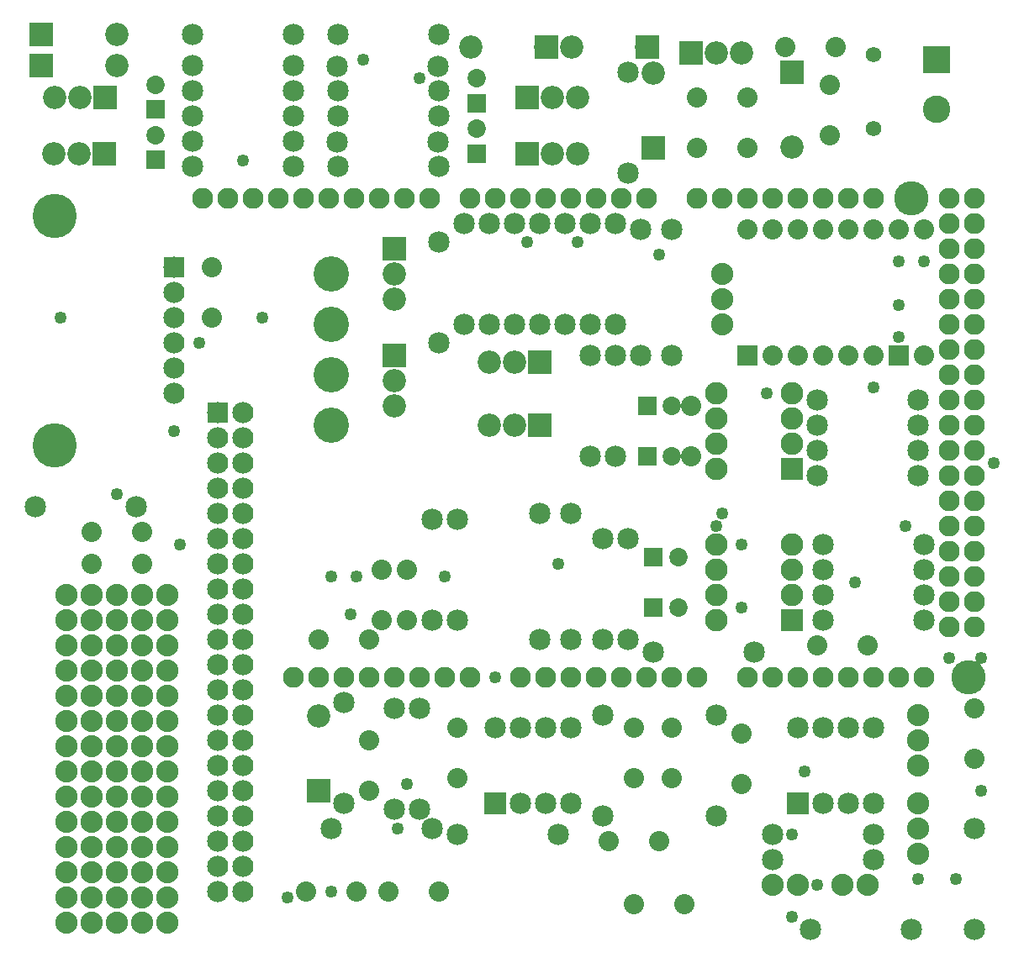
<source format=gbs>
G04 MADE WITH FRITZING*
G04 WWW.FRITZING.ORG*
G04 DOUBLE SIDED*
G04 HOLES PLATED*
G04 CONTOUR ON CENTER OF CONTOUR VECTOR*
%ASAXBY*%
%FSLAX23Y23*%
%MOIN*%
%OFA0B0*%
%SFA1.0B1.0*%
%ADD10C,0.084000*%
%ADD11C,0.175354*%
%ADD12C,0.049370*%
%ADD13C,0.085000*%
%ADD14C,0.080000*%
%ADD15C,0.088000*%
%ADD16C,0.140000*%
%ADD17C,0.082917*%
%ADD18C,0.135984*%
%ADD19C,0.092000*%
%ADD20C,0.061496*%
%ADD21C,0.089370*%
%ADD22C,0.072992*%
%ADD23C,0.109055*%
%ADD24R,0.084000X0.084000*%
%ADD25R,0.080000X0.080000*%
%ADD26R,0.085000X0.085000*%
%ADD27R,0.092000X0.092000*%
%ADD28R,0.089370X0.089370*%
%ADD29R,0.072992X0.072992*%
%ADD30R,0.109055X0.109055*%
%LNMASK0*%
G90*
G70*
G54D10*
X616Y2853D03*
X616Y2753D03*
X616Y2653D03*
X616Y2553D03*
X616Y2453D03*
X616Y2353D03*
G54D11*
X144Y3058D03*
X144Y2148D03*
G54D10*
X616Y2853D03*
X616Y2753D03*
X616Y2653D03*
X616Y2553D03*
X616Y2453D03*
X616Y2353D03*
G54D11*
X144Y3058D03*
X144Y2148D03*
G54D12*
X1366Y3678D03*
X3691Y1303D03*
X3816Y1303D03*
G54D13*
X2416Y3628D03*
X2416Y3228D03*
G54D12*
X3491Y2878D03*
X3491Y2703D03*
X3491Y2578D03*
X3066Y603D03*
X3116Y853D03*
X3591Y2878D03*
X2216Y2953D03*
X2016Y2953D03*
X966Y2653D03*
X716Y2553D03*
X391Y1953D03*
X616Y2203D03*
X641Y1753D03*
X2866Y1753D03*
X2966Y2353D03*
X3391Y2378D03*
X1502Y628D03*
G54D14*
X3591Y3003D03*
X3591Y2503D03*
X3491Y3003D03*
X3491Y2503D03*
X3391Y3003D03*
X3391Y2503D03*
X3291Y3003D03*
X3291Y2503D03*
X3191Y3003D03*
X3191Y2503D03*
X3091Y3003D03*
X3091Y2503D03*
X2991Y3003D03*
X2991Y2503D03*
X2891Y3003D03*
X2891Y2503D03*
G54D12*
X3866Y2078D03*
X1591Y3603D03*
X3166Y403D03*
X3716Y428D03*
X3816Y778D03*
X891Y3278D03*
X1541Y803D03*
X1891Y1228D03*
G54D13*
X3791Y228D03*
X3791Y628D03*
X3141Y228D03*
X3541Y228D03*
G54D15*
X191Y1553D03*
X291Y1553D03*
X391Y1553D03*
X491Y1553D03*
X591Y1553D03*
X191Y253D03*
X291Y253D03*
X391Y253D03*
X491Y253D03*
X591Y253D03*
X191Y853D03*
X191Y1153D03*
X191Y353D03*
X291Y353D03*
X391Y353D03*
X491Y353D03*
X591Y353D03*
X191Y1353D03*
X191Y1253D03*
X191Y1053D03*
X191Y753D03*
X191Y453D03*
X191Y953D03*
X191Y1453D03*
X191Y653D03*
X191Y553D03*
X291Y853D03*
X291Y1153D03*
X291Y1353D03*
X291Y1253D03*
X291Y1053D03*
X291Y753D03*
X291Y453D03*
X291Y953D03*
X291Y1453D03*
X291Y653D03*
X291Y553D03*
X391Y853D03*
X391Y1153D03*
X391Y1353D03*
X391Y1253D03*
X391Y1053D03*
X391Y753D03*
X391Y453D03*
X391Y953D03*
X391Y1453D03*
X391Y653D03*
X391Y553D03*
X491Y853D03*
X491Y1153D03*
X491Y1353D03*
X491Y1253D03*
X491Y1053D03*
X491Y753D03*
X491Y453D03*
X491Y953D03*
X491Y1453D03*
X491Y653D03*
X491Y553D03*
X591Y453D03*
X591Y553D03*
X591Y653D03*
X591Y753D03*
X591Y853D03*
X591Y953D03*
X591Y1053D03*
X591Y1153D03*
X591Y1253D03*
X591Y1353D03*
X591Y1453D03*
G54D13*
X1891Y728D03*
X1891Y1028D03*
X1991Y728D03*
X1991Y1028D03*
X2091Y728D03*
X2091Y1028D03*
X2191Y728D03*
X2191Y1028D03*
G54D16*
X1241Y2628D03*
X1241Y2828D03*
X1241Y2428D03*
X1241Y2228D03*
G54D12*
X1316Y1478D03*
X3316Y1603D03*
X2866Y1503D03*
X2141Y1678D03*
X1691Y1628D03*
X1241Y378D03*
X1066Y353D03*
X166Y2653D03*
X3566Y428D03*
X2541Y2903D03*
X3066Y278D03*
X2791Y1878D03*
X2766Y1828D03*
X1241Y1628D03*
X1341Y1628D03*
X3516Y1828D03*
G54D13*
X3091Y728D03*
X3091Y1028D03*
X3191Y728D03*
X3191Y1028D03*
X3291Y728D03*
X3291Y1028D03*
X3391Y728D03*
X3391Y1028D03*
G54D10*
X891Y2278D03*
X891Y2178D03*
X891Y2078D03*
X891Y1978D03*
X891Y1878D03*
X891Y1778D03*
X891Y1678D03*
X891Y1578D03*
X891Y1478D03*
X891Y1378D03*
X891Y1278D03*
X891Y1178D03*
X891Y1078D03*
X891Y978D03*
X891Y878D03*
X891Y778D03*
X891Y678D03*
X891Y578D03*
X891Y478D03*
X891Y378D03*
X791Y2278D03*
X791Y2178D03*
X791Y2078D03*
X791Y1978D03*
X791Y1878D03*
X791Y1778D03*
X791Y1678D03*
X791Y1578D03*
X791Y1478D03*
X791Y1378D03*
X791Y1278D03*
X791Y1178D03*
X791Y1078D03*
X791Y978D03*
X791Y878D03*
X791Y778D03*
X791Y678D03*
X791Y578D03*
X791Y478D03*
X791Y378D03*
G54D17*
X2991Y1228D03*
X1391Y1228D03*
X3091Y1228D03*
X3191Y1228D03*
X3291Y1228D03*
X3391Y1228D03*
X3691Y2628D03*
X3491Y1228D03*
X3591Y1228D03*
X1431Y3128D03*
X1991Y1228D03*
X2091Y1228D03*
X2191Y1228D03*
X2291Y1228D03*
X3691Y1828D03*
X2391Y1228D03*
X2491Y1228D03*
X2591Y1228D03*
X2691Y1228D03*
X2191Y3128D03*
X3691Y3028D03*
X3691Y2228D03*
X3691Y1428D03*
X1031Y3128D03*
X1791Y1228D03*
X1791Y3128D03*
X3691Y2828D03*
X3691Y2428D03*
X3691Y2028D03*
X3391Y3128D03*
X3691Y1628D03*
X3291Y3128D03*
X3191Y3128D03*
X3091Y3128D03*
X2991Y3128D03*
X2891Y3128D03*
X2791Y3128D03*
X2691Y3128D03*
X831Y3128D03*
X1231Y3128D03*
X1631Y3128D03*
X1191Y1228D03*
X1591Y1228D03*
X2391Y3128D03*
X1991Y3128D03*
X3691Y3128D03*
X3691Y2928D03*
X3691Y2728D03*
X3691Y2528D03*
X3691Y2328D03*
X3691Y2128D03*
X3691Y1928D03*
X3691Y1728D03*
X3691Y1528D03*
X731Y3128D03*
X931Y3128D03*
X1131Y3128D03*
X1331Y3128D03*
X1531Y3128D03*
X1091Y1228D03*
X1291Y1228D03*
X1491Y1228D03*
X1691Y1228D03*
X2491Y3128D03*
X2291Y3128D03*
X2091Y3128D03*
X1891Y3128D03*
X3791Y3128D03*
X3791Y3028D03*
X3791Y2928D03*
X3791Y2828D03*
X3791Y2728D03*
X3791Y2628D03*
X3791Y2528D03*
X3791Y2428D03*
X3791Y2328D03*
X3791Y2228D03*
X3791Y2128D03*
X3791Y2028D03*
X3791Y1928D03*
X3791Y1828D03*
X3791Y1728D03*
X3791Y1628D03*
X3791Y1528D03*
X3791Y1428D03*
X2891Y1228D03*
G54D18*
X3766Y1228D03*
X3541Y3128D03*
G54D19*
X1491Y2503D03*
X1491Y2403D03*
X1491Y2303D03*
X2066Y2478D03*
X1966Y2478D03*
X1866Y2478D03*
X1491Y2928D03*
X1491Y2828D03*
X1491Y2728D03*
X2066Y2228D03*
X1966Y2228D03*
X1866Y2228D03*
G54D14*
X1191Y1378D03*
X1391Y1378D03*
G54D13*
X1291Y728D03*
X1291Y1128D03*
G54D19*
X2516Y3328D03*
X2516Y3626D03*
G54D13*
X466Y1903D03*
X66Y1903D03*
G54D15*
X3566Y528D03*
X3566Y628D03*
X3566Y728D03*
X3566Y1078D03*
X3566Y978D03*
X3566Y878D03*
X2791Y2828D03*
X2791Y2728D03*
X2791Y2628D03*
G54D13*
X2991Y603D03*
X3391Y603D03*
X2991Y503D03*
X3391Y503D03*
G54D15*
X2991Y403D03*
X3091Y403D03*
X3266Y403D03*
X3366Y403D03*
G54D13*
X3591Y1453D03*
X3191Y1453D03*
X2366Y3028D03*
X2366Y2628D03*
X2266Y3028D03*
X2266Y2628D03*
X3566Y2028D03*
X3166Y2028D03*
X3591Y1753D03*
X3191Y1753D03*
X2166Y3028D03*
X2166Y2628D03*
X1666Y2953D03*
X1666Y2553D03*
X3566Y2328D03*
X3166Y2328D03*
G54D19*
X2666Y3703D03*
X2766Y3703D03*
X2866Y3703D03*
G54D14*
X3041Y3728D03*
X3241Y3728D03*
X2891Y3528D03*
X2891Y3328D03*
X3216Y3378D03*
X3216Y3578D03*
X2691Y3528D03*
X2691Y3328D03*
G54D19*
X3066Y3628D03*
X3066Y3330D03*
G54D20*
X3391Y3403D03*
X3391Y3698D03*
G54D21*
X3066Y1453D03*
X2766Y1453D03*
X3066Y1553D03*
X2766Y1553D03*
X3066Y1653D03*
X2766Y1653D03*
X3066Y1753D03*
X2766Y1753D03*
X3066Y2053D03*
X2766Y2053D03*
X3066Y2153D03*
X2766Y2153D03*
X3066Y2253D03*
X2766Y2253D03*
X3066Y2353D03*
X2766Y2353D03*
G54D13*
X3591Y1553D03*
X3191Y1553D03*
X1866Y3028D03*
X1866Y2628D03*
X1966Y3028D03*
X1966Y2628D03*
X3566Y2128D03*
X3166Y2128D03*
X3591Y1653D03*
X3191Y1653D03*
X2066Y3028D03*
X2066Y2628D03*
X1766Y3028D03*
X1766Y2628D03*
X3566Y2228D03*
X3166Y2228D03*
G54D14*
X3366Y1353D03*
X3166Y1353D03*
G54D13*
X2066Y1378D03*
X2066Y1878D03*
G54D14*
X2666Y2103D03*
X2666Y2303D03*
G54D13*
X2591Y2503D03*
X2591Y3003D03*
X2191Y1878D03*
X2191Y1378D03*
X2466Y3003D03*
X2466Y2503D03*
X2416Y1778D03*
X2416Y1378D03*
X2266Y2103D03*
X2266Y2503D03*
X2316Y1778D03*
X2316Y1378D03*
X2366Y2103D03*
X2366Y2503D03*
G54D22*
X2518Y1703D03*
X2616Y1703D03*
X2493Y2303D03*
X2591Y2303D03*
X2518Y1503D03*
X2616Y1503D03*
X2493Y2103D03*
X2591Y2103D03*
G54D13*
X1741Y1853D03*
X1741Y1453D03*
X2141Y603D03*
X1741Y603D03*
X1641Y628D03*
X1241Y628D03*
G54D14*
X1741Y828D03*
X1741Y1028D03*
X1666Y378D03*
X1466Y378D03*
X1391Y778D03*
X1391Y978D03*
X1341Y378D03*
X1141Y378D03*
G54D13*
X1591Y703D03*
X1591Y1103D03*
X1491Y703D03*
X1491Y1103D03*
G54D19*
X1191Y778D03*
X1191Y1076D03*
G54D14*
X2866Y803D03*
X2866Y1003D03*
X291Y1678D03*
X491Y1678D03*
X2441Y828D03*
X2441Y1028D03*
X766Y2853D03*
X766Y2653D03*
X291Y1803D03*
X491Y1803D03*
X2341Y578D03*
X2541Y578D03*
X2641Y328D03*
X2441Y328D03*
G54D13*
X2766Y678D03*
X2766Y1078D03*
X2316Y678D03*
X2316Y1078D03*
X2916Y1328D03*
X2516Y1328D03*
G54D14*
X1441Y1453D03*
X1441Y1653D03*
X2591Y828D03*
X2591Y1028D03*
X3791Y1103D03*
X3791Y903D03*
X1541Y1653D03*
X1541Y1453D03*
G54D13*
X1641Y1853D03*
X1641Y1453D03*
X1091Y3253D03*
X691Y3253D03*
X1266Y3253D03*
X1666Y3253D03*
X1091Y3553D03*
X691Y3553D03*
X1266Y3553D03*
X1666Y3553D03*
G54D22*
X542Y3281D03*
X542Y3379D03*
X1816Y3305D03*
X1816Y3403D03*
X542Y3481D03*
X542Y3579D03*
X1816Y3505D03*
X1816Y3603D03*
G54D19*
X91Y3653D03*
X389Y3653D03*
X2091Y3728D03*
X1793Y3728D03*
X91Y3778D03*
X389Y3778D03*
X2491Y3728D03*
X2193Y3728D03*
X341Y3303D03*
X241Y3303D03*
X141Y3303D03*
X2016Y3303D03*
X2116Y3303D03*
X2216Y3303D03*
X342Y3529D03*
X242Y3529D03*
X142Y3529D03*
X2016Y3528D03*
X2116Y3528D03*
X2216Y3528D03*
G54D13*
X1091Y3353D03*
X691Y3353D03*
X1265Y3352D03*
X1665Y3352D03*
X1091Y3653D03*
X691Y3653D03*
X1265Y3652D03*
X1665Y3652D03*
X1091Y3453D03*
X691Y3453D03*
X1266Y3453D03*
X1666Y3453D03*
X1091Y3778D03*
X691Y3778D03*
X1266Y3778D03*
X1666Y3778D03*
G54D23*
X3641Y3678D03*
X3641Y3481D03*
G54D24*
X616Y2853D03*
X616Y2853D03*
G54D25*
X2891Y2503D03*
X3491Y2503D03*
G54D26*
X1891Y728D03*
X3091Y728D03*
G54D24*
X791Y2278D03*
G54D27*
X1491Y2503D03*
X2066Y2478D03*
X1491Y2928D03*
X2066Y2228D03*
X2516Y3327D03*
X2666Y3703D03*
X3066Y3629D03*
G54D28*
X3066Y1453D03*
X3066Y2053D03*
G54D29*
X2518Y1703D03*
X2493Y2303D03*
X2518Y1503D03*
X2493Y2103D03*
G54D27*
X1191Y777D03*
G54D29*
X542Y3281D03*
X1816Y3305D03*
X542Y3481D03*
X1816Y3505D03*
G54D27*
X90Y3653D03*
X2092Y3728D03*
X90Y3778D03*
X2492Y3728D03*
X341Y3303D03*
X2016Y3303D03*
X342Y3529D03*
X2016Y3528D03*
G54D30*
X3641Y3678D03*
G04 End of Mask0*
M02*
</source>
